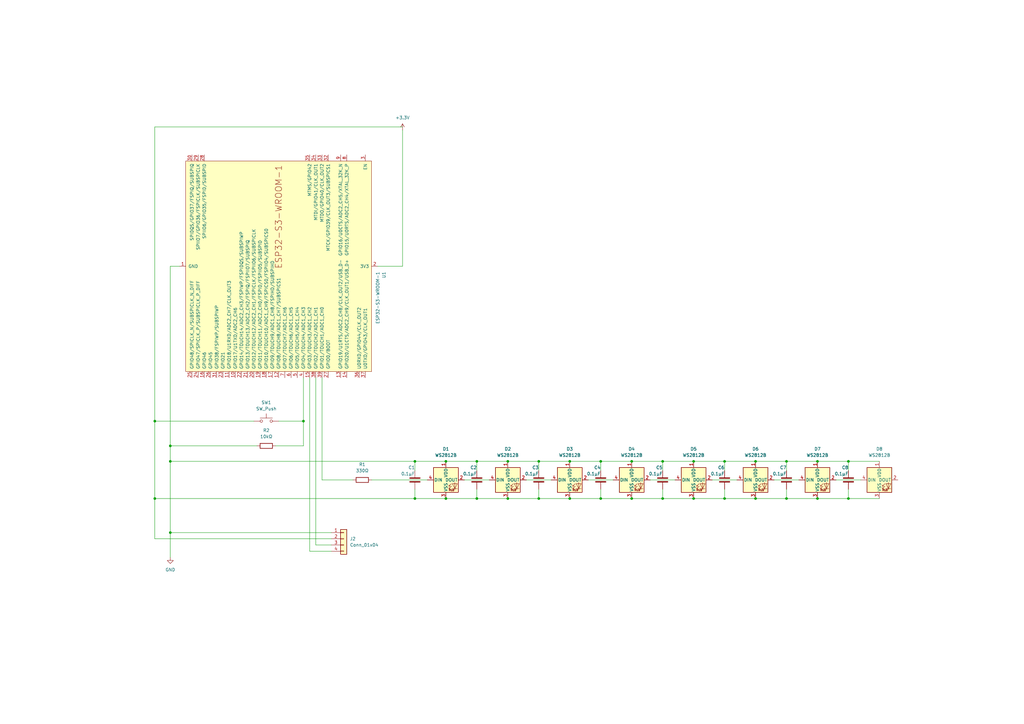
<source format=kicad_sch>
(kicad_sch (version 20230121) (generator eeschema)
  (paper "A3")
  (lib_symbols
    (symbol "Connector_Generic:Conn_01x04" (pin_names (offset 1.016) hide)
      (property "Reference" "J" (at 0 5.08 0))
      (property "Value" "Conn_01x04" (at 0 -7.62 0))
      (symbol "Conn_01x04_1_1"
        (rectangle (start -1.27 -4.953) (end 0 -5.207) (stroke (width 0.1524)))
        (rectangle (start -1.27 -2.413) (end 0 -2.667) (stroke (width 0.1524)))
        (rectangle (start -1.27 0.127) (end 0 -0.127) (stroke (width 0.1524)))
        (rectangle (start -1.27 2.667) (end 0 2.413) (stroke (width 0.1524)))
        (rectangle (start -1.27 3.81) (end 1.27 -6.35) (stroke (width 0.254)) (fill (type background)))
        (pin passive line (at -5.08 2.54 0) (length 3.81) (name "Pin_1") (number "1"))
        (pin passive line (at -5.08 0 0) (length 3.81) (name "Pin_2") (number "2"))
        (pin passive line (at -5.08 -2.54 0) (length 3.81) (name "Pin_3") (number "3"))
        (pin passive line (at -5.08 -5.08 0) (length 3.81) (name "Pin_4") (number "4"))
      )
    )
    (symbol "Device:C" (pin_numbers hide) (pin_names (offset 0.254))
      (property "Reference" "C" (at 0.635 2.54 0))
      (property "Value" "C" (at 0.635 -2.54 0))
      (symbol "C_0_1"
        (polyline (pts (xy -2.032 -0.762) (xy 2.032 -0.762)) (stroke (width 0.508)))
        (polyline (pts (xy -2.032 0.762) (xy 2.032 0.762)) (stroke (width 0.508)))
      )
      (symbol "C_1_1"
        (pin passive line (at 0 3.81 270) (length 2.794) (name "~") (number "1"))
        (pin passive line (at 0 -3.81 90) (length 2.794) (name "~") (number "2"))
      )
    )
    (symbol "Device:R" (pin_numbers hide) (pin_names (offset 0))
      (property "Reference" "R" (at 2.032 0 90))
      (property "Value" "R" (at 0 0 90))
      (symbol "R_0_1"
        (rectangle (start -1.016 -2.54) (end 1.016 2.54) (stroke (width 0.254)))
      )
      (symbol "R_1_1"
        (pin passive line (at 0 3.81 270) (length 1.27) (name "~") (number "1"))
        (pin passive line (at 0 -3.81 90) (length 1.27) (name "~") (number "2"))
      )
    )
    (symbol "LED:WS2812B" (pin_names (offset 0.254))
      (property "Reference" "D" (at 5.08 5.715 0))
      (property "Value" "WS2812B" (at 1.27 -5.715 0))
      (symbol "WS2812B_0_0"
        (text "RGB" (at 2.286 -4.191 0) (effects (font (size 0.762 0.762))))
      )
      (symbol "WS2812B_0_1"
        (polyline (pts (xy 1.27 -3.556) (xy 1.778 -3.556)))
        (polyline (pts (xy 1.27 -2.54) (xy 1.778 -2.54)))
        (polyline (pts (xy 4.699 -3.556) (xy 2.667 -3.556)))
        (polyline (pts (xy 2.286 -2.54) (xy 1.27 -3.556) (xy 1.27 -3.048)))
        (polyline (pts (xy 2.286 -1.524) (xy 1.27 -2.54) (xy 1.27 -2.032)))
        (polyline (pts (xy 3.683 -1.016) (xy 3.683 -3.556) (xy 3.683 -4.064)))
        (polyline (pts (xy 4.699 -1.524) (xy 2.667 -1.524) (xy 3.683 -3.556) (xy 4.699 -1.524)))
        (rectangle (start 5.08 5.08) (end -5.08 -5.08) (stroke (width 0.254)) (fill (type background)))
      )
      (symbol "WS2812B_1_1"
        (pin power_in line (at 0 7.62 270) (length 2.54) (name "VDD") (number "1"))
        (pin output line (at 7.62 0 180) (length 2.54) (name "DOUT") (number "2"))
        (pin power_in line (at 0 -7.62 90) (length 2.54) (name "VSS") (number "3"))
        (pin input line (at -7.62 0 0) (length 2.54) (name "DIN") (number "4"))
      )
    )
    (symbol "PCM_Espressif:ESP32-S3-WROOM-1" (pin_names (offset 1.016))
      (property "Reference" "U" (at -43.18 43.18 0))
      (property "Value" "ESP32-S3-WROOM-1" (at -43.18 40.64 0))
      (symbol "ESP32-S3-WROOM-1_0_0"
        (text "ESP32-S3-WROOM-1" (at -20.32 0 0) (effects (font (size 2.54 2.54))))
        (pin power_in line (at 0 -40.64 90) (length 2.54) (name "GND") (number "1"))
        (pin bidirectional line (at 45.72 -17.78 180) (length 2.54) (name "GPIO17/U1TXD/ADC2_CH6") (number "10"))
        (pin bidirectional line (at 45.72 -20.32 180) (length 2.54) (name "GPIO18/U1RXD/ADC2_CH7/CLK_OUT3") (number "11"))
        (pin bidirectional line (at 45.72 0 180) (length 2.54) (name "GPIO8/TOUCH8/ADC1_CH7/SUBSPICS1") (number "12"))
        (pin bidirectional line (at 45.72 25.4 180) (length 2.54) (name "GPIO19/U1RTS/ADC2_CH8/CLK_OUT2/USB_D-") (number "13"))
        (pin bidirectional line (at 45.72 27.94 180) (length 2.54) (name "GPIO20/U1CTS/ADC2_CH9/CLK_OUT1/USB_D+") (number "14"))
        (pin bidirectional line (at 45.72 12.7 180) (length 2.54) (name "GPIO3/TOUCH3/ADC1_CH2") (number "15"))
        (pin bidirectional line (at 45.72 -30.48 180) (length 2.54) (name "GPIO46") (number "16"))
        (pin bidirectional line (at 45.72 -2.54 180) (length 2.54) (name "GPIO9/TOUCH9/ADC1_CH8/FSPIHD/SUBSPIHD") (number "17"))
        (pin bidirectional line (at 45.72 -5.08 180) (length 2.54) (name "GPIO10/TOUCH10/ADC1_CH9/FSPICS0/FSPIIO4/SUBSPICS0") (number "18"))
        (pin bidirectional line (at 45.72 -7.62 180) (length 2.54) (name "GPIO11/TOUCH11/ADC2_CH0/FSPID/FSPIIO5/SUBSPID") (number "19"))
        (pin power_in line (at 0 40.64 270) (length 2.54) (name "3V3") (number "2"))
        (pin bidirectional line (at 45.72 -10.16 180) (length 2.54) (name "GPIO12/TOUCH12/ADC2_CH1/FSPICLK/FSPIIO6/SUBSPICLK") (number "20"))
        (pin bidirectional line (at 45.72 -12.7 180) (length 2.54) (name "GPIO13/TOUCH13/ADC2_CH2/FSPIQ/FSPIIO7/SUBSPIQ") (number "21"))
        (pin bidirectional line (at 45.72 -15.24 180) (length 2.54) (name "GPIO14/TOUCH14/ADC2_CH3/FSPIWP/FSPIDQS/SUBSPIWP") (number "22"))
        (pin bidirectional line (at 45.72 -22.86 180) (length 2.54) (name "GPIO21") (number "23"))
        (pin bidirectional line (at 45.72 -33.02 180) (length 2.54) (name "GPIO47/SPICLK_P/SUBSPICLK_P_DIFF") (number "24"))
        (pin bidirectional line (at 45.72 -35.56 180) (length 2.54) (name "GPIO48/SPICLK_N/SUBSPICLK_N_DIFF") (number "25"))
        (pin bidirectional line (at 45.72 -27.94 180) (length 2.54) (name "GPIO45") (number "26"))
        (pin bidirectional line (at 45.72 20.32 180) (length 2.54) (name "GPIO0/BOOT") (number "27"))
        (pin bidirectional line (at -45.72 -30.48 0) (length 2.54) (name "SPIIO6/GPIO35/FSPID/SUBSPID") (number "28"))
        (pin bidirectional line (at -45.72 -33.02 0) (length 2.54) (name "SPIIO7/GPIO36/FSPICLK/SUBSPICLK") (number "29"))
        (pin input line (at -45.72 35.56 0) (length 2.54) (name "EN") (number "3"))
        (pin bidirectional line (at -45.72 -35.56 0) (length 2.54) (name "SPIDQS/GPIO37/FSPIQ/SUBSPIQ") (number "30"))
        (pin bidirectional line (at 45.72 -25.4 180) (length 2.54) (name "GPIO38/FSPIWP/SUBSPIWP") (number "31"))
        (pin bidirectional line (at -45.72 20.32 0) (length 2.54) (name "MTCK/GPIO39/CLK_OUT3/SUBSPICS1") (number "32"))
        (pin bidirectional line (at -45.72 17.78 0) (length 2.54) (name "MTDO/GPIO40/CLK_OUT2") (number "33"))
        (pin bidirectional line (at -45.72 15.24 0) (length 2.54) (name "MTDI/GPIO41/CLK_OUT1") (number "34"))
        (pin bidirectional line (at -45.72 12.7 0) (length 2.54) (name "MTMS/GPIO42") (number "35"))
        (pin bidirectional line (at 45.72 33.02 180) (length 2.54) (name "U0RXD/GPIO44/CLK_OUT2") (number "36"))
        (pin bidirectional line (at 45.72 35.56 180) (length 2.54) (name "U0TXD/GPIO43/CLK_OUT1") (number "37"))
        (pin bidirectional line (at 45.72 15.24 180) (length 2.54) (name "GPIO2/TOUCH2/ADC1_CH1") (number "38"))
        (pin bidirectional line (at 45.72 17.78 180) (length 2.54) (name "GPIO1/TOUCH1/ADC1_CH0") (number "39"))
        (pin bidirectional line (at 45.72 10.16 180) (length 2.54) (name "GPIO4/TOUCH4/ADC1_CH3") (number "4"))
        (pin passive line (at 0 -40.64 90) (length 2.54) hide (name "GND") (number "40"))
        (pin passive line (at 0 -40.64 90) (length 2.54) hide (name "GND") (number "41"))
        (pin bidirectional line (at 45.72 7.62 180) (length 2.54) (name "GPIO5/TOUCH5/ADC1_CH4") (number "5"))
        (pin bidirectional line (at 45.72 5.08 180) (length 2.54) (name "GPIO6/TOUCH6/ADC1_CH5") (number "6"))
        (pin bidirectional line (at 45.72 2.54 180) (length 2.54) (name "GPIO7/TOUCH7/ADC1_CH6") (number "7"))
        (pin bidirectional line (at -45.72 27.94 0) (length 2.54) (name "GPIO15/U0RTS/ADC2_CH4/XTAL_32K_P") (number "8"))
        (pin bidirectional line (at -45.72 25.4 0) (length 2.54) (name "GPIO16/U0CTS/ADC2_CH5/XTAL_32K_N") (number "9"))
      )
      (symbol "ESP32-S3-WROOM-1_0_1"
        (rectangle (start -43.18 38.1) (end 43.18 -38.1) (fill (type background)))
      )
    )
    (symbol "Switch:SW_Push" (pin_numbers hide) (pin_names (offset 1.016) hide)
      (property "Reference" "SW" (at 1.27 2.54 0))
      (property "Value" "SW_Push" (at 0 -1.524 0))
      (symbol "SW_Push_0_1"
        (circle (center -2.032 0) (radius 0.508))
        (polyline (pts (xy 0 1.27) (xy 0 3.048)))
        (polyline (pts (xy 2.54 1.27) (xy -2.54 1.27)))
        (circle (center 2.032 0) (radius 0.508))
        (pin passive line (at -5.08 0 0) (length 2.54) (name "1") (number "1"))
        (pin passive line (at 5.08 0 180) (length 2.54) (name "2") (number "2"))
      )
    )
    (symbol "power:+3.3V" (power) (pin_names (offset 0))
      (property "Value" "+3.3V" (at 0 3.556 0))
      (symbol "+3.3V_0_1"
        (polyline (pts (xy -0.762 1.27) (xy 0 2.54)))
        (polyline (pts (xy 0 0) (xy 0 2.54)))
        (polyline (pts (xy 0 2.54) (xy 0.762 1.27)))
      )
      (symbol "+3.3V_1_1"
        (pin power_in line (at 0 0 90) (length 0) hide (name "+3.3V") (number "1"))
      )
    )
    (symbol "power:GND" (power) (pin_names (offset 0))
      (property "Value" "GND" (at 0 -3.81 0))
      (symbol "GND_0_1"
        (polyline (pts (xy 0 0) (xy 0 -1.27) (xy 1.27 -1.27) (xy 0 -2.54) (xy -1.27 -1.27) (xy 0 -1.27)))
      )
      (symbol "GND_1_1"
        (pin power_in line (at 0 0 270) (length 0) hide (name "GND") (number "1"))
      )
    )
  )
  (junction (at 322.58 204.47))
  (junction (at 284.48 189.23))
  (junction (at 297.18 189.23))
  (junction (at 233.68 204.47))
  (junction (at 335.28 189.23))
  (junction (at 271.78 204.47))
  (junction (at 195.58 189.23))
  (junction (at 220.98 189.23))
  (junction (at 335.28 204.47))
  (junction (at 195.58 204.47))
  (junction (at 259.08 204.47))
  (junction (at 297.18 204.47))
  (junction (at 259.08 189.23))
  (junction (at 246.38 204.47))
  (junction (at 347.98 204.47))
  (junction (at 69.85 182.88))
  (junction (at 69.85 189.23))
  (junction (at 63.5 204.47))
  (junction (at 246.38 189.23))
  (junction (at 208.28 204.47))
  (junction (at 69.85 218.44))
  (junction (at 309.88 204.47))
  (junction (at 220.98 204.47))
  (junction (at 322.58 189.23))
  (junction (at 233.68 189.23))
  (junction (at 271.78 189.23))
  (junction (at 347.98 189.23))
  (junction (at 182.88 204.47))
  (junction (at 284.48 204.47))
  (junction (at 124.46 172.72))
  (junction (at 170.18 204.47))
  (junction (at 208.28 189.23))
  (junction (at 63.5 172.72))
  (junction (at 309.88 189.23))
  (junction (at 182.88 189.23))
  (junction (at 170.18 189.23))
  (wire (pts (xy 170.18 193.04) (xy 170.18 189.23)))
  (wire (pts (xy 322.58 193.04) (xy 322.58 189.23)))
  (wire (pts (xy 69.85 109.22) (xy 73.66 109.22)))
  (wire (pts (xy 347.98 200.66) (xy 347.98 204.47)))
  (wire (pts (xy 114.3 172.72) (xy 124.46 172.72)))
  (wire (pts (xy 69.85 109.22) (xy 69.85 182.88)))
  (wire (pts (xy 292.1 196.85) (xy 302.26 196.85)))
  (wire (pts (xy 297.18 204.47) (xy 309.88 204.47)))
  (wire (pts (xy 170.18 189.23) (xy 182.88 189.23)))
  (wire (pts (xy 195.58 193.04) (xy 195.58 189.23)))
  (wire (pts (xy 322.58 200.66) (xy 322.58 204.47)))
  (wire (pts (xy 170.18 204.47) (xy 182.88 204.47)))
  (wire (pts (xy 335.28 189.23) (xy 347.98 189.23)))
  (wire (pts (xy 63.5 220.98) (xy 135.89 220.98)))
  (wire (pts (xy 259.08 204.47) (xy 271.78 204.47)))
  (wire (pts (xy 347.98 193.04) (xy 347.98 189.23)))
  (wire (pts (xy 284.48 189.23) (xy 297.18 189.23)))
  (wire (pts (xy 233.68 204.47) (xy 246.38 204.47)))
  (wire (pts (xy 317.5 196.85) (xy 327.66 196.85)))
  (wire (pts (xy 259.08 189.23) (xy 271.78 189.23)))
  (wire (pts (xy 271.78 204.47) (xy 284.48 204.47)))
  (wire (pts (xy 195.58 200.66) (xy 195.58 204.47)))
  (wire (pts (xy 284.48 204.47) (xy 297.18 204.47)))
  (wire (pts (xy 132.08 154.94) (xy 132.08 196.85)))
  (wire (pts (xy 63.5 204.47) (xy 63.5 220.98)))
  (wire (pts (xy 342.9 196.85) (xy 353.06 196.85)))
  (wire (pts (xy 246.38 200.66) (xy 246.38 204.47)))
  (wire (pts (xy 271.78 200.66) (xy 271.78 204.47)))
  (wire (pts (xy 69.85 189.23) (xy 170.18 189.23)))
  (wire (pts (xy 182.88 189.23) (xy 195.58 189.23)))
  (wire (pts (xy 63.5 52.07) (xy 63.5 172.72)))
  (wire (pts (xy 246.38 204.47) (xy 259.08 204.47)))
  (wire (pts (xy 335.28 204.47) (xy 347.98 204.47)))
  (wire (pts (xy 322.58 189.23) (xy 335.28 189.23)))
  (wire (pts (xy 152.4 196.85) (xy 175.26 196.85)))
  (wire (pts (xy 208.28 189.23) (xy 220.98 189.23)))
  (wire (pts (xy 170.18 200.66) (xy 170.18 204.47)))
  (wire (pts (xy 322.58 204.47) (xy 335.28 204.47)))
  (wire (pts (xy 129.54 223.52) (xy 135.89 223.52)))
  (wire (pts (xy 215.9 196.85) (xy 226.06 196.85)))
  (wire (pts (xy 127 154.94) (xy 127 226.06)))
  (wire (pts (xy 69.85 182.88) (xy 105.41 182.88)))
  (wire (pts (xy 347.98 204.47) (xy 360.68 204.47)))
  (wire (pts (xy 347.98 189.23) (xy 360.68 189.23)))
  (wire (pts (xy 63.5 204.47) (xy 170.18 204.47)))
  (wire (pts (xy 241.3 196.85) (xy 251.46 196.85)))
  (wire (pts (xy 297.18 193.04) (xy 297.18 189.23)))
  (wire (pts (xy 124.46 154.94) (xy 124.46 172.72)))
  (wire (pts (xy 182.88 204.47) (xy 195.58 204.47)))
  (wire (pts (xy 309.88 204.47) (xy 322.58 204.47)))
  (wire (pts (xy 195.58 204.47) (xy 208.28 204.47)))
  (wire (pts (xy 220.98 200.66) (xy 220.98 204.47)))
  (wire (pts (xy 63.5 172.72) (xy 63.5 204.47)))
  (wire (pts (xy 220.98 204.47) (xy 233.68 204.47)))
  (wire (pts (xy 132.08 196.85) (xy 144.78 196.85)))
  (wire (pts (xy 220.98 193.04) (xy 220.98 189.23)))
  (wire (pts (xy 271.78 189.23) (xy 284.48 189.23)))
  (wire (pts (xy 165.1 53.34) (xy 165.1 109.22)))
  (wire (pts (xy 297.18 200.66) (xy 297.18 204.47)))
  (wire (pts (xy 195.58 189.23) (xy 208.28 189.23)))
  (wire (pts (xy 129.54 154.94) (xy 129.54 223.52)))
  (wire (pts (xy 69.85 189.23) (xy 69.85 218.44)))
  (wire (pts (xy 266.7 196.85) (xy 276.86 196.85)))
  (wire (pts (xy 297.18 189.23) (xy 309.88 189.23)))
  (wire (pts (xy 69.85 218.44) (xy 135.89 218.44)))
  (wire (pts (xy 165.1 52.07) (xy 63.5 52.07)))
  (wire (pts (xy 233.68 189.23) (xy 246.38 189.23)))
  (wire (pts (xy 127 226.06) (xy 135.89 226.06)))
  (wire (pts (xy 271.78 193.04) (xy 271.78 189.23)))
  (wire (pts (xy 208.28 204.47) (xy 220.98 204.47)))
  (wire (pts (xy 124.46 182.88) (xy 113.03 182.88)))
  (wire (pts (xy 309.88 189.23) (xy 322.58 189.23)))
  (wire (pts (xy 63.5 172.72) (xy 104.14 172.72)))
  (wire (pts (xy 69.85 218.44) (xy 69.85 228.6)))
  (wire (pts (xy 246.38 189.23) (xy 259.08 189.23)))
  (wire (pts (xy 220.98 189.23) (xy 233.68 189.23)))
  (wire (pts (xy 246.38 193.04) (xy 246.38 189.23)))
  (wire (pts (xy 165.1 109.22) (xy 154.94 109.22)))
  (wire (pts (xy 124.46 172.72) (xy 124.46 182.88)))
  (wire (pts (xy 190.5 196.85) (xy 200.66 196.85)))
  (wire (pts (xy 69.85 182.88) (xy 69.85 189.23)))
  (symbol (lib_id "Device:R") (at 109.22 182.88 270) (mirror x) (unit 1)
    (property "Reference" "R2" (at 109.22 176.53 90))
    (property "Value" "10kΩ" (at 109.22 179.07 90))
    (property "Footprint" "Resistor_SMD:R_0805_2012Metric" (effects hide))
  )
  (symbol (lib_id "Device:R") (at 148.59 196.85 270) (mirror x) (unit 1)
    (property "Reference" "R1" (at 148.59 190.5 90))
    (property "Value" "330Ω" (at 148.59 193.04 90))
    (property "Footprint" "Resistor_SMD:R_0805_2012Metric" (effects hide))
  )
  (symbol (lib_id "Device:C") (at 271.78 196.85 0) (mirror y) (unit 1)
    (property "Reference" "C5" (at 271.78 191.77 0) (effects (justify left)))
    (property "Value" "0.1μF" (at 271.78 194.31 0) (effects (justify left)))
    (property "Footprint" "Capacitor_SMD:C_0805_2012Metric" (effects hide))
  )
  (symbol (lib_id "Connector_Generic:Conn_01x04") (at 140.97 220.98 0) (unit 1)
    (property "Reference" "J2" (at 143.51 220.98 0) (effects (justify left)))
    (property "Value" "Conn_01x04" (at 143.51 223.52 0) (effects (justify left)))
    (property "Footprint" "Connector_PinHeader_2.54mm:PinHeader_1x04_P2.54mm_Vertical" (effects hide))
  )
  (symbol (lib_id "Switch:SW_Push") (at 109.22 172.72 0) (unit 1)
    (property "Reference" "SW1" (at 109.22 165.1 0))
    (property "Value" "SW_Push" (at 109.22 167.64 0))
    (property "Footprint" "Button_Switch_SMD:SW_Push_1P1T_NO_CK_KMR2" (effects hide))
  )
  (symbol (lib_id "LED:WS2812B") (at 360.68 196.85 0) (unit 1)
    (property "Reference" "D8" (at 360.68 184.15 0))
    (property "Value" "WS2812B" (at 360.68 186.69 0))
    (property "Footprint" "LED_SMD:LED_WS2812B_PLCC4_5.0x5.0mm_P3.2mm" (effects hide))
    (property "Datasheet" "https://cdn-shop.adafruit.com/datasheets/WS2812B.pdf" (effects hide))
  )
  (symbol (lib_id "LED:WS2812B") (at 208.28 196.85 0) (unit 1)
    (property "Reference" "D2" (at 208.28 184.15 0))
    (property "Value" "WS2812B" (at 208.28 186.69 0))
    (property "Footprint" "LED_SMD:LED_WS2812B_PLCC4_5.0x5.0mm_P3.2mm" (effects hide))
    (property "Datasheet" "https://cdn-shop.adafruit.com/datasheets/WS2812B.pdf" (effects hide))
  )
  (symbol (lib_id "LED:WS2812B") (at 182.88 196.85 0) (unit 1)
    (property "Reference" "D1" (at 182.88 184.15 0))
    (property "Value" "WS2812B" (at 182.88 186.69 0))
    (property "Footprint" "LED_SMD:LED_WS2812B_PLCC4_5.0x5.0mm_P3.2mm" (effects hide))
    (property "Datasheet" "https://cdn-shop.adafruit.com/datasheets/WS2812B.pdf" (effects hide))
  )
  (symbol (lib_id "LED:WS2812B") (at 233.68 196.85 0) (unit 1)
    (property "Reference" "D3" (at 233.68 184.15 0))
    (property "Value" "WS2812B" (at 233.68 186.69 0))
    (property "Footprint" "LED_SMD:LED_WS2812B_PLCC4_5.0x5.0mm_P3.2mm" (effects hide))
    (property "Datasheet" "https://cdn-shop.adafruit.com/datasheets/WS2812B.pdf" (effects hide))
  )
  (symbol (lib_id "Device:C") (at 220.98 196.85 0) (mirror y) (unit 1)
    (property "Reference" "C3" (at 220.98 191.77 0) (effects (justify left)))
    (property "Value" "0.1μF" (at 220.98 194.31 0) (effects (justify left)))
    (property "Footprint" "Capacitor_SMD:C_0805_2012Metric" (effects hide))
  )
  (symbol (lib_id "Device:C") (at 195.58 196.85 0) (mirror y) (unit 1)
    (property "Reference" "C2" (at 195.58 191.77 0) (effects (justify left)))
    (property "Value" "0.1μF" (at 195.58 194.31 0) (effects (justify left)))
    (property "Footprint" "Capacitor_SMD:C_0805_2012Metric" (effects hide))
  )
  (symbol (lib_id "LED:WS2812B") (at 259.08 196.85 0) (unit 1)
    (property "Reference" "D4" (at 259.08 184.15 0))
    (property "Value" "WS2812B" (at 259.08 186.69 0))
    (property "Footprint" "LED_SMD:LED_WS2812B_PLCC4_5.0x5.0mm_P3.2mm" (effects hide))
    (property "Datasheet" "https://cdn-shop.adafruit.com/datasheets/WS2812B.pdf" (effects hide))
  )
  (symbol (lib_id "LED:WS2812B") (at 284.48 196.85 0) (unit 1)
    (property "Reference" "D5" (at 284.48 184.15 0))
    (property "Value" "WS2812B" (at 284.48 186.69 0))
    (property "Footprint" "LED_SMD:LED_WS2812B_PLCC4_5.0x5.0mm_P3.2mm" (effects hide))
    (property "Datasheet" "https://cdn-shop.adafruit.com/datasheets/WS2812B.pdf" (effects hide))
  )
  (symbol (lib_id "power:+3.3V") (at 165.1 53.34 0) (unit 1)
    (property "Reference" "#PWR01" (effects hide))
    (property "Value" "+3.3V" (at 165.1 48.26 0))
  )
  (symbol (lib_id "Device:C") (at 322.58 196.85 0) (mirror y) (unit 1)
    (property "Reference" "C7" (at 322.58 191.77 0) (effects (justify left)))
    (property "Value" "0.1μF" (at 322.58 194.31 0) (effects (justify left)))
    (property "Footprint" "Capacitor_SMD:C_0805_2012Metric" (effects hide))
  )
  (symbol (lib_id "PCM_Espressif:ESP32-S3-WROOM-1") (at 114.3 109.22 270) (unit 1)
    (property "Reference" "U1" (at 157.48 111.4141 0) (effects (justify left)))
    (property "Value" "ESP32-S3-WROOM-1" (at 154.94 111.4141 0) (effects (justify left)))
    (property "Footprint" "PCM_Espressif:ESP32-S3-WROOM-1" (effects hide))
    (property "Datasheet" "https://www.espressif.com/sites/default/files/documentation/esp32-s3-wroom-1_wroom-1u_datasheet_en.pdf" (effects hide))
  )
  (symbol (lib_id "Device:C") (at 297.18 196.85 0) (mirror y) (unit 1)
    (property "Reference" "C6" (at 297.18 191.77 0) (effects (justify left)))
    (property "Value" "0.1μF" (at 297.18 194.31 0) (effects (justify left)))
    (property "Footprint" "Capacitor_SMD:C_0805_2012Metric" (effects hide))
  )
  (symbol (lib_id "LED:WS2812B") (at 309.88 196.85 0) (unit 1)
    (property "Reference" "D6" (at 309.88 184.15 0))
    (property "Value" "WS2812B" (at 309.88 186.69 0))
    (property "Footprint" "LED_SMD:LED_WS2812B_PLCC4_5.0x5.0mm_P3.2mm" (effects hide))
    (property "Datasheet" "https://cdn-shop.adafruit.com/datasheets/WS2812B.pdf" (effects hide))
  )
  (symbol (lib_id "LED:WS2812B") (at 335.28 196.85 0) (unit 1)
    (property "Reference" "D7" (at 335.28 184.15 0))
    (property "Value" "WS2812B" (at 335.28 186.69 0))
    (property "Footprint" "LED_SMD:LED_WS2812B_PLCC4_5.0x5.0mm_P3.2mm" (effects hide))
    (property "Datasheet" "https://cdn-shop.adafruit.com/datasheets/WS2812B.pdf" (effects hide))
  )
  (symbol (lib_id "Device:C") (at 170.18 196.85 0) (mirror y) (unit 1)
    (property "Reference" "C1" (at 170.18 191.77 0) (effects (justify left)))
    (property "Value" "0.1μF" (at 170.18 194.31 0) (effects (justify left)))
    (property "Footprint" "Capacitor_SMD:C_0805_2012Metric" (effects hide))
  )
  (symbol (lib_id "Device:C") (at 246.38 196.85 0) (mirror y) (unit 1)
    (property "Reference" "C4" (at 246.38 191.77 0) (effects (justify left)))
    (property "Value" "0.1μF" (at 246.38 194.31 0) (effects (justify left)))
    (property "Footprint" "Capacitor_SMD:C_0805_2012Metric" (effects hide))
  )
  (symbol (lib_id "Device:C") (at 347.98 196.85 0) (mirror y) (unit 1)
    (property "Reference" "C8" (at 347.98 191.77 0) (effects (justify left)))
    (property "Value" "0.1μF" (at 347.98 194.31 0) (effects (justify left)))
    (property "Footprint" "Capacitor_SMD:C_0805_2012Metric" (effects hide))
  )
  (symbol (lib_id "power:GND") (at 69.85 228.6 0) (unit 1)
    (property "Reference" "#PWR02" (effects hide))
    (property "Value" "GND" (at 69.85 233.68 0))
  )
)
</source>
